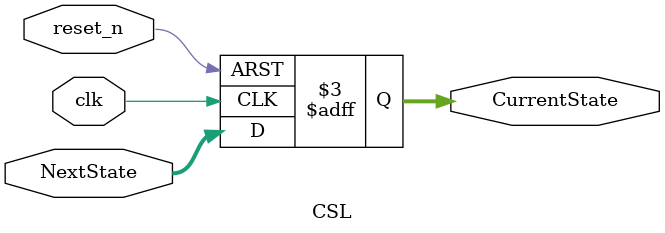
<source format=v>
module CSL(
	input clk,
	input reset_n,
	input [2:0] NextState,
	output reg [2:0] CurrentState
);

    parameter IDLE = 3'b000;
	parameter HAZARDS = 3'b001;
	parameter TURN_LEFT = 3'b010;
	parameter TURN_RIGHT = 3'b011;

    always @(posedge clk, negedge reset_n)
        if(reset_n == 0)
            CurrentState = IDLE; //3'b000;
        else
            CurrentState = NextState;

endmodule
</source>
